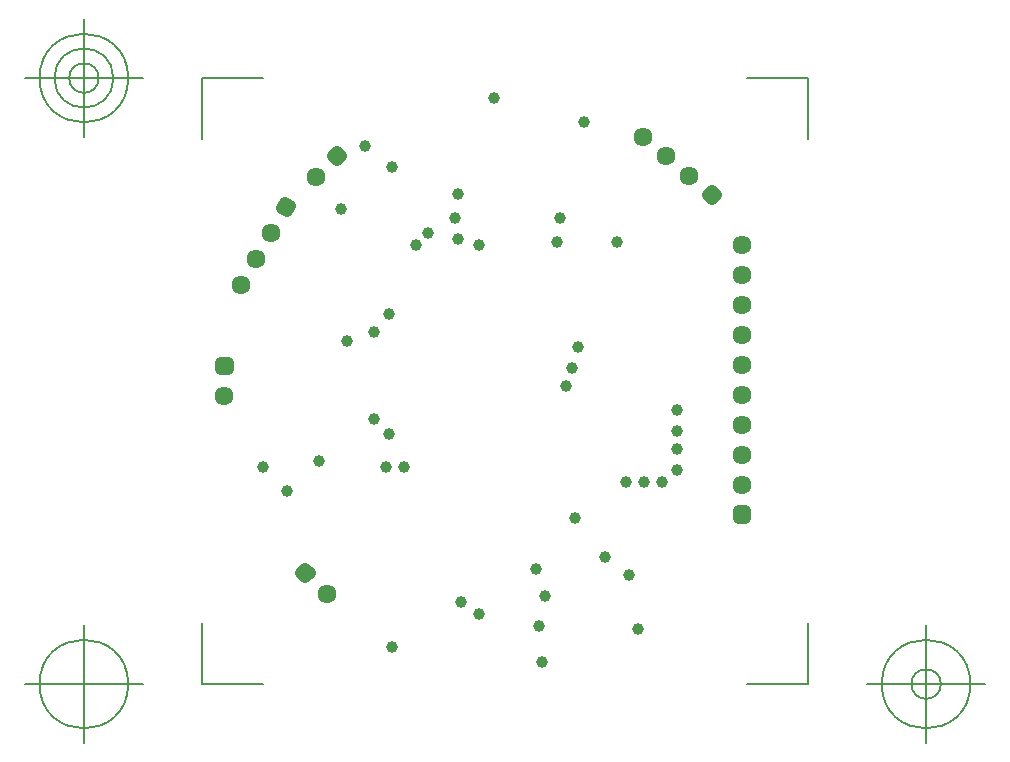
<source format=gbr>
G04 Generated by Ultiboard 13.0 *
%FSLAX25Y25*%
%MOIN*%

%ADD10C,0.00001*%
%ADD11C,0.00500*%
%ADD12C,0.03937*%
%ADD13C,0.06334*%
%ADD14R,0.02083X0.02083*%
%ADD15C,0.03917*%
%ADD16P,0.02945X4X15*%
%ADD17P,0.02945X4*%
%ADD18P,0.02945X4X5*%


G04 ColorRGB 9900CC for the following layer *
%LNSolder Mask Bottom*%
%LPD*%
G54D10*
G54D11*
X33500Y61500D02*
X33500Y81700D01*
X33500Y61500D02*
X53700Y61500D01*
X235500Y61500D02*
X215300Y61500D01*
X235500Y61500D02*
X235500Y81700D01*
X235500Y263500D02*
X235500Y243300D01*
X235500Y263500D02*
X215300Y263500D01*
X33500Y263500D02*
X53700Y263500D01*
X33500Y263500D02*
X33500Y243300D01*
X13815Y61500D02*
X-25555Y61500D01*
X-5870Y41815D02*
X-5870Y81185D01*
X-20634Y61500D02*
G75*
D01*
G02X-20634Y61500I14764J0*
G01*
X255185Y61500D02*
X294555Y61500D01*
X274870Y41815D02*
X274870Y81185D01*
X260106Y61500D02*
G75*
D01*
G02X260106Y61500I14764J0*
G01*
X269949Y61500D02*
G75*
D01*
G02X269949Y61500I4921J0*
G01*
X13815Y263500D02*
X-25555Y263500D01*
X-5870Y243815D02*
X-5870Y283185D01*
X-20634Y263500D02*
G75*
D01*
G02X-20634Y263500I14764J0*
G01*
X-15713Y263500D02*
G75*
D01*
G02X-15713Y263500I9843J0*
G01*
X-10791Y263500D02*
G75*
D01*
G02X-10791Y263500I4921J0*
G01*
G54D12*
X118000Y217000D03*
X119000Y225000D03*
X172000Y209000D03*
X62000Y126000D03*
X91000Y150000D03*
X95000Y134000D03*
X82000Y176000D03*
X54000Y134000D03*
X153000Y217000D03*
X88000Y241000D03*
X119000Y210000D03*
X109000Y212000D03*
X105000Y208000D03*
X96000Y185000D03*
X91000Y179000D03*
X158000Y117000D03*
X148000Y91000D03*
X147000Y69000D03*
X179000Y80000D03*
X176000Y98000D03*
X146000Y81000D03*
X120000Y89000D03*
X168000Y104000D03*
X126000Y85000D03*
X145000Y100000D03*
X97000Y74000D03*
X159000Y174000D03*
X157000Y167000D03*
X152000Y209000D03*
X155000Y161000D03*
X131000Y257000D03*
X161000Y249000D03*
X126000Y208000D03*
X97000Y234000D03*
X80000Y220000D03*
X192000Y153000D03*
X192000Y146000D03*
X192000Y140000D03*
X192000Y133000D03*
X187000Y129000D03*
X181000Y129000D03*
X175000Y129000D03*
X101000Y134000D03*
X96000Y145000D03*
X72500Y136000D03*
G54D13*
X41000Y157500D03*
X46500Y194543D03*
X51500Y203203D03*
X56500Y211863D03*
X71429Y230429D03*
X75071Y91429D03*
X188179Y237356D03*
X180519Y243784D03*
X195840Y230928D03*
X213500Y128000D03*
X213500Y138000D03*
X213500Y178000D03*
X213500Y148000D03*
X213500Y158000D03*
X213500Y168000D03*
X213500Y208000D03*
X213500Y198000D03*
X213500Y188000D03*
G54D14*
X41000Y167500D03*
X213500Y118000D03*
G54D15*
X39959Y166459D02*
X42041Y166459D01*
X42041Y168541D01*
X39959Y168541D01*
X39959Y166459D01*D02*
X61119Y221946D02*
X60077Y220142D01*
X61881Y219101D01*
X62923Y220905D01*
X61119Y221946D01*D02*
X78500Y238973D02*
X77027Y237500D01*
X78500Y236027D01*
X79973Y237500D01*
X78500Y238973D01*D02*
X66527Y98500D02*
X68000Y97027D01*
X69473Y98500D01*
X68000Y99973D01*
X66527Y98500D01*D02*
X204967Y224628D02*
X203372Y225967D01*
X202033Y224372D01*
X203628Y223033D01*
X204967Y224628D01*D02*
X212459Y116959D02*
X214541Y116959D01*
X214541Y119041D01*
X212459Y119041D01*
X212459Y116959D01*D02*
G54D16*
X61500Y220523D03*
G54D17*
X78500Y237500D03*
X68000Y98500D03*
G54D18*
X203500Y224500D03*

M02*

</source>
